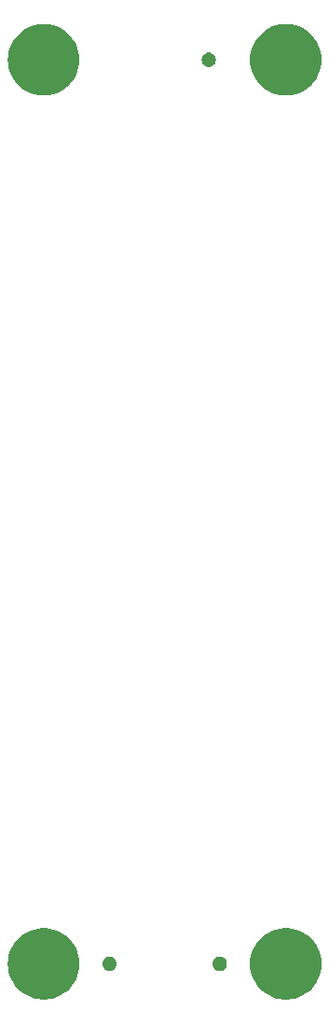
<source format=gbr>
%TF.GenerationSoftware,KiCad,Pcbnew,8.0.4*%
%TF.CreationDate,2024-08-16T18:46:30+09:00*%
%TF.ProjectId,accel-brake-sig-converter-board,61636365-6c2d-4627-9261-6b652d736967,rev?*%
%TF.SameCoordinates,Original*%
%TF.FileFunction,Soldermask,Bot*%
%TF.FilePolarity,Negative*%
%FSLAX46Y46*%
G04 Gerber Fmt 4.6, Leading zero omitted, Abs format (unit mm)*
G04 Created by KiCad (PCBNEW 8.0.4) date 2024-08-16 18:46:30*
%MOMM*%
%LPD*%
G01*
G04 APERTURE LIST*
G04 APERTURE END LIST*
G36*
X4525791Y-82792814D02*
G01*
X4869467Y-82868463D01*
X5202949Y-82980826D01*
X5522327Y-83128586D01*
X5823858Y-83310011D01*
X6104005Y-83522973D01*
X6359485Y-83764977D01*
X6587302Y-84033184D01*
X6784786Y-84324450D01*
X6949620Y-84635360D01*
X7079873Y-84962270D01*
X7174017Y-85301346D01*
X7230948Y-85648613D01*
X7250000Y-86000000D01*
X7230948Y-86351387D01*
X7174017Y-86698654D01*
X7079873Y-87037730D01*
X6949620Y-87364640D01*
X6784786Y-87675550D01*
X6587302Y-87966816D01*
X6359485Y-88235023D01*
X6104005Y-88477027D01*
X5823858Y-88689989D01*
X5522327Y-88871414D01*
X5202949Y-89019174D01*
X4869467Y-89131537D01*
X4525791Y-89207186D01*
X4175951Y-89245234D01*
X3824049Y-89245234D01*
X3474209Y-89207186D01*
X3130533Y-89131537D01*
X2797051Y-89019174D01*
X2477673Y-88871414D01*
X2176142Y-88689989D01*
X1895995Y-88477027D01*
X1640515Y-88235023D01*
X1412698Y-87966816D01*
X1215214Y-87675550D01*
X1050380Y-87364640D01*
X920127Y-87037730D01*
X825983Y-86698654D01*
X769052Y-86351387D01*
X750000Y-86000000D01*
X769052Y-85648613D01*
X825983Y-85301346D01*
X920127Y-84962270D01*
X1050380Y-84635360D01*
X1215214Y-84324450D01*
X1412698Y-84033184D01*
X1640515Y-83764977D01*
X1895995Y-83522973D01*
X2176142Y-83310011D01*
X2477673Y-83128586D01*
X2797051Y-82980826D01*
X3130533Y-82868463D01*
X3474209Y-82792814D01*
X3824049Y-82754766D01*
X4175951Y-82754766D01*
X4525791Y-82792814D01*
G37*
G36*
X26525791Y-82792814D02*
G01*
X26869467Y-82868463D01*
X27202949Y-82980826D01*
X27522327Y-83128586D01*
X27823858Y-83310011D01*
X28104005Y-83522973D01*
X28359485Y-83764977D01*
X28587302Y-84033184D01*
X28784786Y-84324450D01*
X28949620Y-84635360D01*
X29079873Y-84962270D01*
X29174017Y-85301346D01*
X29230948Y-85648613D01*
X29250000Y-86000000D01*
X29230948Y-86351387D01*
X29174017Y-86698654D01*
X29079873Y-87037730D01*
X28949620Y-87364640D01*
X28784786Y-87675550D01*
X28587302Y-87966816D01*
X28359485Y-88235023D01*
X28104005Y-88477027D01*
X27823858Y-88689989D01*
X27522327Y-88871414D01*
X27202949Y-89019174D01*
X26869467Y-89131537D01*
X26525791Y-89207186D01*
X26175951Y-89245234D01*
X25824049Y-89245234D01*
X25474209Y-89207186D01*
X25130533Y-89131537D01*
X24797051Y-89019174D01*
X24477673Y-88871414D01*
X24176142Y-88689989D01*
X23895995Y-88477027D01*
X23640515Y-88235023D01*
X23412698Y-87966816D01*
X23215214Y-87675550D01*
X23050380Y-87364640D01*
X22920127Y-87037730D01*
X22825983Y-86698654D01*
X22769052Y-86351387D01*
X22750000Y-86000000D01*
X22769052Y-85648613D01*
X22825983Y-85301346D01*
X22920127Y-84962270D01*
X23050380Y-84635360D01*
X23215214Y-84324450D01*
X23412698Y-84033184D01*
X23640515Y-83764977D01*
X23895995Y-83522973D01*
X24176142Y-83310011D01*
X24477673Y-83128586D01*
X24797051Y-82980826D01*
X25130533Y-82868463D01*
X25474209Y-82792814D01*
X25824049Y-82754766D01*
X26175951Y-82754766D01*
X26525791Y-82792814D01*
G37*
G36*
X10230493Y-85392239D02*
G01*
X10369242Y-85465060D01*
X10486532Y-85568970D01*
X10575546Y-85697930D01*
X10631112Y-85844445D01*
X10650000Y-86000000D01*
X10631112Y-86155555D01*
X10575546Y-86302070D01*
X10486532Y-86431030D01*
X10369242Y-86534940D01*
X10230493Y-86607761D01*
X10078349Y-86645261D01*
X9921651Y-86645261D01*
X9769507Y-86607761D01*
X9630758Y-86534940D01*
X9513468Y-86431030D01*
X9424454Y-86302070D01*
X9368888Y-86155555D01*
X9350000Y-86000000D01*
X9368888Y-85844445D01*
X9424454Y-85697930D01*
X9513468Y-85568970D01*
X9630758Y-85465060D01*
X9769507Y-85392239D01*
X9921651Y-85354739D01*
X10078349Y-85354739D01*
X10230493Y-85392239D01*
G37*
G36*
X20230493Y-85392239D02*
G01*
X20369242Y-85465060D01*
X20486532Y-85568970D01*
X20575546Y-85697930D01*
X20631112Y-85844445D01*
X20650000Y-86000000D01*
X20631112Y-86155555D01*
X20575546Y-86302070D01*
X20486532Y-86431030D01*
X20369242Y-86534940D01*
X20230493Y-86607761D01*
X20078349Y-86645261D01*
X19921651Y-86645261D01*
X19769507Y-86607761D01*
X19630758Y-86534940D01*
X19513468Y-86431030D01*
X19424454Y-86302070D01*
X19368888Y-86155555D01*
X19350000Y-86000000D01*
X19368888Y-85844445D01*
X19424454Y-85697930D01*
X19513468Y-85568970D01*
X19630758Y-85465060D01*
X19769507Y-85392239D01*
X19921651Y-85354739D01*
X20078349Y-85354739D01*
X20230493Y-85392239D01*
G37*
G36*
X4525791Y-792814D02*
G01*
X4869467Y-868463D01*
X5202949Y-980826D01*
X5522327Y-1128586D01*
X5823858Y-1310011D01*
X6104005Y-1522973D01*
X6359485Y-1764977D01*
X6587302Y-2033184D01*
X6784786Y-2324450D01*
X6949620Y-2635360D01*
X7079873Y-2962270D01*
X7174017Y-3301346D01*
X7230948Y-3648613D01*
X7250000Y-4000000D01*
X7230948Y-4351387D01*
X7174017Y-4698654D01*
X7079873Y-5037730D01*
X6949620Y-5364640D01*
X6784786Y-5675550D01*
X6587302Y-5966816D01*
X6359485Y-6235023D01*
X6104005Y-6477027D01*
X5823858Y-6689989D01*
X5522327Y-6871414D01*
X5202949Y-7019174D01*
X4869467Y-7131537D01*
X4525791Y-7207186D01*
X4175951Y-7245234D01*
X3824049Y-7245234D01*
X3474209Y-7207186D01*
X3130533Y-7131537D01*
X2797051Y-7019174D01*
X2477673Y-6871414D01*
X2176142Y-6689989D01*
X1895995Y-6477027D01*
X1640515Y-6235023D01*
X1412698Y-5966816D01*
X1215214Y-5675550D01*
X1050380Y-5364640D01*
X920127Y-5037730D01*
X825983Y-4698654D01*
X769052Y-4351387D01*
X750000Y-4000000D01*
X769052Y-3648613D01*
X825983Y-3301346D01*
X920127Y-2962270D01*
X1050380Y-2635360D01*
X1215214Y-2324450D01*
X1412698Y-2033184D01*
X1640515Y-1764977D01*
X1895995Y-1522973D01*
X2176142Y-1310011D01*
X2477673Y-1128586D01*
X2797051Y-980826D01*
X3130533Y-868463D01*
X3474209Y-792814D01*
X3824049Y-754766D01*
X4175951Y-754766D01*
X4525791Y-792814D01*
G37*
G36*
X26525791Y-792814D02*
G01*
X26869467Y-868463D01*
X27202949Y-980826D01*
X27522327Y-1128586D01*
X27823858Y-1310011D01*
X28104005Y-1522973D01*
X28359485Y-1764977D01*
X28587302Y-2033184D01*
X28784786Y-2324450D01*
X28949620Y-2635360D01*
X29079873Y-2962270D01*
X29174017Y-3301346D01*
X29230948Y-3648613D01*
X29250000Y-4000000D01*
X29230948Y-4351387D01*
X29174017Y-4698654D01*
X29079873Y-5037730D01*
X28949620Y-5364640D01*
X28784786Y-5675550D01*
X28587302Y-5966816D01*
X28359485Y-6235023D01*
X28104005Y-6477027D01*
X27823858Y-6689989D01*
X27522327Y-6871414D01*
X27202949Y-7019174D01*
X26869467Y-7131537D01*
X26525791Y-7207186D01*
X26175951Y-7245234D01*
X25824049Y-7245234D01*
X25474209Y-7207186D01*
X25130533Y-7131537D01*
X24797051Y-7019174D01*
X24477673Y-6871414D01*
X24176142Y-6689989D01*
X23895995Y-6477027D01*
X23640515Y-6235023D01*
X23412698Y-5966816D01*
X23215214Y-5675550D01*
X23050380Y-5364640D01*
X22920127Y-5037730D01*
X22825983Y-4698654D01*
X22769052Y-4351387D01*
X22750000Y-4000000D01*
X22769052Y-3648613D01*
X22825983Y-3301346D01*
X22920127Y-2962270D01*
X23050380Y-2635360D01*
X23215214Y-2324450D01*
X23412698Y-2033184D01*
X23640515Y-1764977D01*
X23895995Y-1522973D01*
X24176142Y-1310011D01*
X24477673Y-1128586D01*
X24797051Y-980826D01*
X25130533Y-868463D01*
X25474209Y-792814D01*
X25824049Y-754766D01*
X26175951Y-754766D01*
X26525791Y-792814D01*
G37*
G36*
X19230493Y-3392239D02*
G01*
X19369242Y-3465060D01*
X19486532Y-3568970D01*
X19575546Y-3697930D01*
X19631112Y-3844445D01*
X19650000Y-4000000D01*
X19631112Y-4155555D01*
X19575546Y-4302070D01*
X19486532Y-4431030D01*
X19369242Y-4534940D01*
X19230493Y-4607761D01*
X19078349Y-4645261D01*
X18921651Y-4645261D01*
X18769507Y-4607761D01*
X18630758Y-4534940D01*
X18513468Y-4431030D01*
X18424454Y-4302070D01*
X18368888Y-4155555D01*
X18350000Y-4000000D01*
X18368888Y-3844445D01*
X18424454Y-3697930D01*
X18513468Y-3568970D01*
X18630758Y-3465060D01*
X18769507Y-3392239D01*
X18921651Y-3354739D01*
X19078349Y-3354739D01*
X19230493Y-3392239D01*
G37*
M02*

</source>
